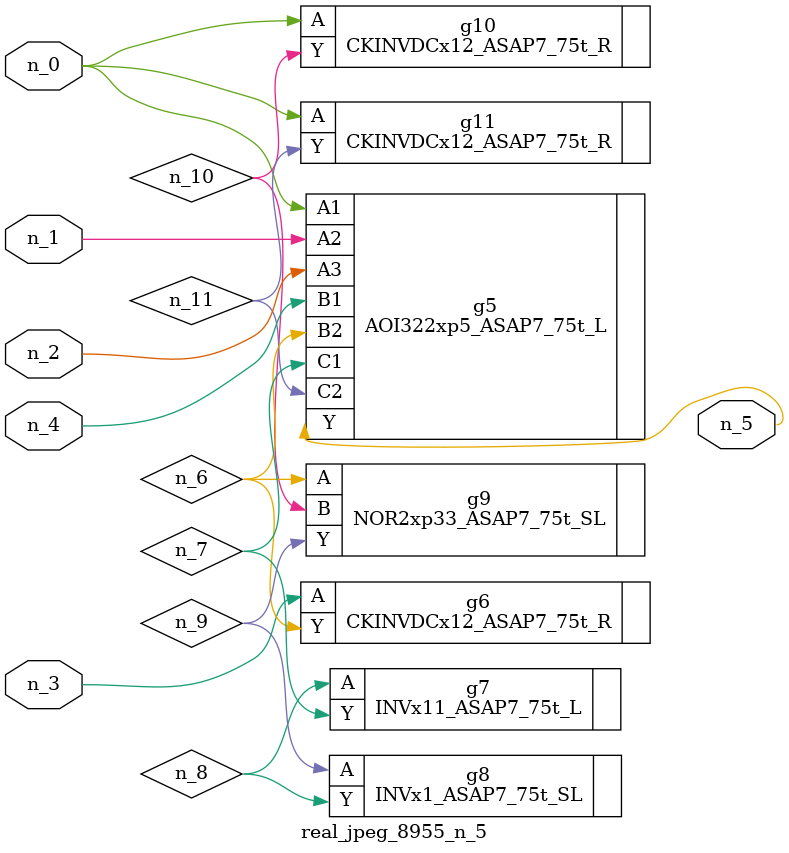
<source format=v>
module real_jpeg_8955_n_5 (n_4, n_0, n_1, n_2, n_3, n_5);

input n_4;
input n_0;
input n_1;
input n_2;
input n_3;

output n_5;

wire n_8;
wire n_11;
wire n_6;
wire n_7;
wire n_10;
wire n_9;

AOI322xp5_ASAP7_75t_L g5 ( 
.A1(n_0),
.A2(n_1),
.A3(n_2),
.B1(n_4),
.B2(n_6),
.C1(n_7),
.C2(n_11),
.Y(n_5)
);

CKINVDCx12_ASAP7_75t_R g10 ( 
.A(n_0),
.Y(n_10)
);

CKINVDCx12_ASAP7_75t_R g11 ( 
.A(n_0),
.Y(n_11)
);

CKINVDCx12_ASAP7_75t_R g6 ( 
.A(n_3),
.Y(n_6)
);

NOR2xp33_ASAP7_75t_SL g9 ( 
.A(n_6),
.B(n_10),
.Y(n_9)
);

INVx11_ASAP7_75t_L g7 ( 
.A(n_8),
.Y(n_7)
);

INVx1_ASAP7_75t_SL g8 ( 
.A(n_9),
.Y(n_8)
);


endmodule
</source>
